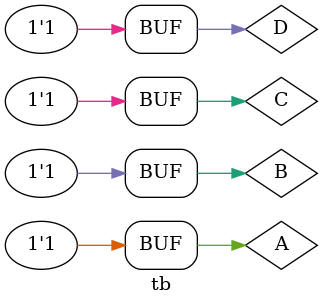
<source format=v>
module tb;
reg A,B,C,D;
wire out;
func dut(.A(A),.B(B),.C(C),.D(D),.out(out));
initial begin
{A,B,C,D}=4'b0000;
#10;
{A,B,C,D}=4'b0001;#10;
{A,B,C,D}=4'b0010;#10;
{A,B,C,D}=4'b0011;#10;
{A,B,C,D}=4'b0100;#10;
{A,B,C,D}=4'b0101;#10;
{A,B,C,D}=4'b0110;#10;
{A,B,C,D}=4'b1011;#10;
{A,B,C,D}=4'b1000;#10;
{A,B,C,D}=4'b1001;#10;
{A,B,C,D}=4'b1010;#10;
{A,B,C,D}=4'b1011;#10;
{A,B,C,D}=4'b1100;#10;
{A,B,C,D}=4'b1101;#10;
{A,B,C,D}=4'b1110;#10;
{A,B,C,D}=4'b1111;
end
endmodule

</source>
